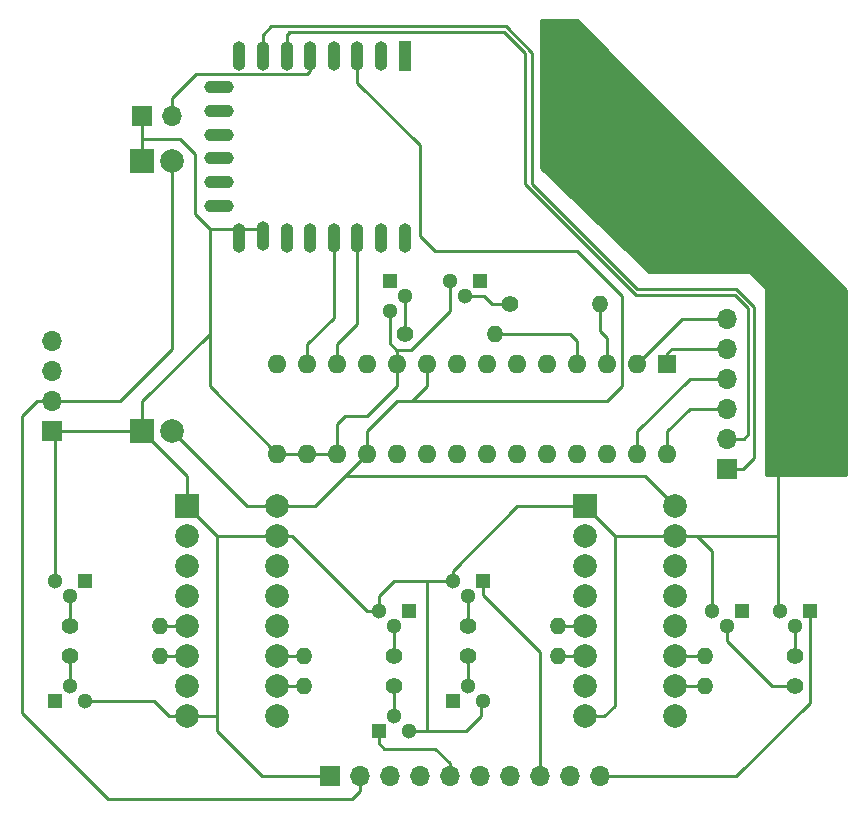
<source format=gtl>
%TF.GenerationSoftware,KiCad,Pcbnew,(5.1.9)-1*%
%TF.CreationDate,2021-05-06T17:33:23+02:00*%
%TF.ProjectId,Rolety jadalnia i taras,526f6c65-7479-4206-9a61-64616c6e6961,rev?*%
%TF.SameCoordinates,Original*%
%TF.FileFunction,Copper,L1,Top*%
%TF.FilePolarity,Positive*%
%FSLAX46Y46*%
G04 Gerber Fmt 4.6, Leading zero omitted, Abs format (unit mm)*
G04 Created by KiCad (PCBNEW (5.1.9)-1) date 2021-05-06 17:33:23*
%MOMM*%
%LPD*%
G01*
G04 APERTURE LIST*
%TA.AperFunction,ComponentPad*%
%ADD10R,1.300000X1.300000*%
%TD*%
%TA.AperFunction,ComponentPad*%
%ADD11C,1.300000*%
%TD*%
%TA.AperFunction,ComponentPad*%
%ADD12R,2.000000X2.000000*%
%TD*%
%TA.AperFunction,ComponentPad*%
%ADD13C,2.000000*%
%TD*%
%TA.AperFunction,ComponentPad*%
%ADD14O,1.700000X1.700000*%
%TD*%
%TA.AperFunction,ComponentPad*%
%ADD15R,1.700000X1.700000*%
%TD*%
%TA.AperFunction,ComponentPad*%
%ADD16C,1.400000*%
%TD*%
%TA.AperFunction,ComponentPad*%
%ADD17O,1.400000X1.400000*%
%TD*%
%TA.AperFunction,ComponentPad*%
%ADD18R,1.100000X2.500000*%
%TD*%
%TA.AperFunction,ComponentPad*%
%ADD19O,1.100000X2.500000*%
%TD*%
%TA.AperFunction,ComponentPad*%
%ADD20O,2.500000X1.100000*%
%TD*%
%TA.AperFunction,ComponentPad*%
%ADD21R,1.600000X1.600000*%
%TD*%
%TA.AperFunction,ComponentPad*%
%ADD22O,1.600000X1.600000*%
%TD*%
%TA.AperFunction,Conductor*%
%ADD23C,0.250000*%
%TD*%
%TA.AperFunction,Conductor*%
%ADD24C,0.254000*%
%TD*%
%TA.AperFunction,Conductor*%
%ADD25C,0.100000*%
%TD*%
G04 APERTURE END LIST*
D10*
%TO.P,Q10,1*%
%TO.N,Net-(Q10-Pad1)*%
X119380000Y-116840000D03*
D11*
%TO.P,Q10,3*%
%TO.N,Net-(IC1-Pad1)*%
X116840000Y-116840000D03*
%TO.P,Q10,2*%
%TO.N,Net-(Q10-Pad2)*%
X118110000Y-118110000D03*
%TD*%
D12*
%TO.P,IC1,1*%
%TO.N,Net-(IC1-Pad1)*%
X72390000Y-107950000D03*
D13*
%TO.P,IC1,9*%
%TO.N,Net-(IC1-Pad9)*%
X80010000Y-125730000D03*
%TO.P,IC1,2*%
%TO.N,Net-(IC1-Pad3)*%
X72390000Y-110490000D03*
%TO.P,IC1,10*%
%TO.N,Net-(IC1-Pad10)*%
X80010000Y-123190000D03*
%TO.P,IC1,3*%
%TO.N,Net-(IC1-Pad2)*%
X72390000Y-113030000D03*
%TO.P,IC1,11*%
%TO.N,Net-(IC1-Pad11)*%
X80010000Y-120650000D03*
%TO.P,IC1,4*%
%TO.N,Net-(IC1-Pad4)*%
X72390000Y-115570000D03*
%TO.P,IC1,12*%
%TO.N,Net-(IC1-Pad12)*%
X80010000Y-118110000D03*
%TO.P,IC1,5*%
%TO.N,Net-(IC1-Pad5)*%
X72390000Y-118110000D03*
%TO.P,IC1,13*%
%TO.N,Net-(IC1-Pad13)*%
X80010000Y-115570000D03*
%TO.P,IC1,6*%
%TO.N,Net-(IC1-Pad6)*%
X72390000Y-120650000D03*
%TO.P,IC1,14*%
%TO.N,Net-(IC1-Pad14)*%
X80010000Y-113030000D03*
%TO.P,IC1,7*%
%TO.N,Net-(IC1-Pad7)*%
X72390000Y-123190000D03*
%TO.P,IC1,15*%
%TO.N,Net-(IC1-Pad1)*%
X80010000Y-110490000D03*
%TO.P,IC1,8*%
X72390000Y-125730000D03*
%TO.P,IC1,16*%
%TO.N,Net-(IC1-Pad16)*%
X80010000Y-107950000D03*
%TD*%
D11*
%TO.P,Q4,2*%
%TO.N,Net-(Q4-Pad2)*%
X95885000Y-90170000D03*
%TO.P,Q4,3*%
%TO.N,Net-(IC1-Pad1)*%
X94615000Y-88900000D03*
D10*
%TO.P,Q4,1*%
%TO.N,Net-(Q4-Pad1)*%
X97155000Y-88900000D03*
%TD*%
D13*
%TO.P,IC2,16*%
%TO.N,Net-(IC1-Pad16)*%
X113665000Y-107950000D03*
%TO.P,IC2,8*%
%TO.N,Net-(IC1-Pad1)*%
X106045000Y-125730000D03*
%TO.P,IC2,15*%
X113665000Y-110490000D03*
%TO.P,IC2,7*%
%TO.N,Net-(IC2-Pad7)*%
X106045000Y-123190000D03*
%TO.P,IC2,14*%
%TO.N,Net-(IC2-Pad14)*%
X113665000Y-113030000D03*
%TO.P,IC2,6*%
%TO.N,Net-(IC2-Pad6)*%
X106045000Y-120650000D03*
%TO.P,IC2,13*%
%TO.N,Net-(IC2-Pad13)*%
X113665000Y-115570000D03*
%TO.P,IC2,5*%
%TO.N,Net-(IC2-Pad5)*%
X106045000Y-118110000D03*
%TO.P,IC2,12*%
%TO.N,Net-(IC2-Pad12)*%
X113665000Y-118110000D03*
%TO.P,IC2,4*%
%TO.N,Net-(IC2-Pad4)*%
X106045000Y-115570000D03*
%TO.P,IC2,11*%
%TO.N,Net-(IC2-Pad11)*%
X113665000Y-120650000D03*
%TO.P,IC2,3*%
%TO.N,Net-(IC2-Pad3)*%
X106045000Y-113030000D03*
%TO.P,IC2,10*%
%TO.N,Net-(IC2-Pad10)*%
X113665000Y-123190000D03*
%TO.P,IC2,2*%
%TO.N,Net-(IC2-Pad2)*%
X106045000Y-110490000D03*
%TO.P,IC2,9*%
%TO.N,Net-(IC2-Pad9)*%
X113665000Y-125730000D03*
D12*
%TO.P,IC2,1*%
%TO.N,Net-(IC1-Pad1)*%
X106045000Y-107950000D03*
%TD*%
D14*
%TO.P,U5,4*%
%TO.N,Net-(Q4-Pad1)*%
X60960000Y-93980000D03*
%TO.P,U5,3*%
%TO.N,Net-(Q6-Pad1)*%
X60960000Y-96520000D03*
%TO.P,U5,2*%
%TO.N,Net-(U1-Pad2)*%
X60960000Y-99060000D03*
D15*
%TO.P,U5,1*%
%TO.N,Net-(IC1-Pad1)*%
X60960000Y-101600000D03*
%TD*%
%TO.P,U4,1*%
%TO.N,Net-(IC1-Pad1)*%
X84455000Y-130810000D03*
D14*
%TO.P,U4,2*%
%TO.N,Net-(U1-Pad2)*%
X86995000Y-130810000D03*
%TO.P,U4,3*%
%TO.N,Net-(Q2-Pad1)*%
X89535000Y-130810000D03*
%TO.P,U4,4*%
%TO.N,Net-(Q1-Pad1)*%
X92075000Y-130810000D03*
%TO.P,U4,5*%
%TO.N,Net-(Q5-Pad1)*%
X94615000Y-130810000D03*
%TO.P,U4,6*%
%TO.N,Net-(Q3-Pad1)*%
X97155000Y-130810000D03*
%TO.P,U4,7*%
%TO.N,Net-(Q7-Pad1)*%
X99695000Y-130810000D03*
%TO.P,U4,8*%
%TO.N,Net-(Q8-Pad1)*%
X102235000Y-130810000D03*
%TO.P,U4,9*%
%TO.N,Net-(Q10-Pad1)*%
X104775000Y-130810000D03*
%TO.P,U4,10*%
%TO.N,Net-(Q9-Pad1)*%
X107315000Y-130810000D03*
%TD*%
D11*
%TO.P,Q1,2*%
%TO.N,Net-(Q1-Pad2)*%
X62484000Y-123190000D03*
%TO.P,Q1,3*%
%TO.N,Net-(IC1-Pad1)*%
X63754000Y-124460000D03*
D10*
%TO.P,Q1,1*%
%TO.N,Net-(Q1-Pad1)*%
X61214000Y-124460000D03*
%TD*%
%TO.P,Q2,1*%
%TO.N,Net-(Q2-Pad1)*%
X63754000Y-114300000D03*
D11*
%TO.P,Q2,3*%
%TO.N,Net-(IC1-Pad1)*%
X61214000Y-114300000D03*
%TO.P,Q2,2*%
%TO.N,Net-(Q2-Pad2)*%
X62484000Y-115570000D03*
%TD*%
%TO.P,Q3,2*%
%TO.N,Net-(Q3-Pad2)*%
X89916000Y-118110000D03*
%TO.P,Q3,3*%
%TO.N,Net-(IC1-Pad1)*%
X88646000Y-116840000D03*
D10*
%TO.P,Q3,1*%
%TO.N,Net-(Q3-Pad1)*%
X91186000Y-116840000D03*
%TD*%
%TO.P,Q5,1*%
%TO.N,Net-(Q5-Pad1)*%
X88646000Y-127000000D03*
D11*
%TO.P,Q5,3*%
%TO.N,Net-(IC1-Pad1)*%
X91186000Y-127000000D03*
%TO.P,Q5,2*%
%TO.N,Net-(Q5-Pad2)*%
X89916000Y-125730000D03*
%TD*%
D10*
%TO.P,Q6,1*%
%TO.N,Net-(Q6-Pad1)*%
X89535000Y-88900000D03*
D11*
%TO.P,Q6,3*%
%TO.N,Net-(IC1-Pad1)*%
X89535000Y-91440000D03*
%TO.P,Q6,2*%
%TO.N,Net-(Q6-Pad2)*%
X90805000Y-90170000D03*
%TD*%
%TO.P,Q7,2*%
%TO.N,Net-(Q7-Pad2)*%
X96139000Y-123190000D03*
%TO.P,Q7,3*%
%TO.N,Net-(IC1-Pad1)*%
X97409000Y-124460000D03*
D10*
%TO.P,Q7,1*%
%TO.N,Net-(Q7-Pad1)*%
X94869000Y-124460000D03*
%TD*%
%TO.P,Q8,1*%
%TO.N,Net-(Q8-Pad1)*%
X97409000Y-114300000D03*
D11*
%TO.P,Q8,3*%
%TO.N,Net-(IC1-Pad1)*%
X94869000Y-114300000D03*
%TO.P,Q8,2*%
%TO.N,Net-(Q8-Pad2)*%
X96139000Y-115570000D03*
%TD*%
%TO.P,Q9,2*%
%TO.N,Net-(Q9-Pad2)*%
X123825000Y-118110000D03*
%TO.P,Q9,3*%
%TO.N,Net-(IC1-Pad1)*%
X122555000Y-116840000D03*
D10*
%TO.P,Q9,1*%
%TO.N,Net-(Q9-Pad1)*%
X125095000Y-116840000D03*
%TD*%
D16*
%TO.P,R1,1*%
%TO.N,Net-(Q1-Pad2)*%
X62484000Y-120650000D03*
D17*
%TO.P,R1,2*%
%TO.N,Net-(IC1-Pad6)*%
X70104000Y-120650000D03*
%TD*%
%TO.P,R2,2*%
%TO.N,Net-(IC1-Pad5)*%
X70104000Y-118110000D03*
D16*
%TO.P,R2,1*%
%TO.N,Net-(Q2-Pad2)*%
X62484000Y-118110000D03*
%TD*%
%TO.P,R3,1*%
%TO.N,Net-(Q3-Pad2)*%
X89916000Y-120650000D03*
D17*
%TO.P,R3,2*%
%TO.N,Net-(IC1-Pad11)*%
X82296000Y-120650000D03*
%TD*%
%TO.P,R4,2*%
%TO.N,Net-(R4-Pad2)*%
X107315000Y-90805000D03*
D16*
%TO.P,R4,1*%
%TO.N,Net-(Q4-Pad2)*%
X99695000Y-90805000D03*
%TD*%
D17*
%TO.P,R5,2*%
%TO.N,Net-(IC1-Pad10)*%
X82296000Y-123190000D03*
D16*
%TO.P,R5,1*%
%TO.N,Net-(Q5-Pad2)*%
X89916000Y-123190000D03*
%TD*%
%TO.P,R6,1*%
%TO.N,Net-(Q6-Pad2)*%
X90805000Y-93345000D03*
D17*
%TO.P,R6,2*%
%TO.N,Net-(R6-Pad2)*%
X98425000Y-93345000D03*
%TD*%
D16*
%TO.P,R7,1*%
%TO.N,Net-(Q7-Pad2)*%
X96139000Y-120650000D03*
D17*
%TO.P,R7,2*%
%TO.N,Net-(IC2-Pad6)*%
X103759000Y-120650000D03*
%TD*%
%TO.P,R8,2*%
%TO.N,Net-(IC2-Pad5)*%
X103759000Y-118110000D03*
D16*
%TO.P,R8,1*%
%TO.N,Net-(Q8-Pad2)*%
X96139000Y-118110000D03*
%TD*%
%TO.P,R9,1*%
%TO.N,Net-(Q9-Pad2)*%
X123825000Y-120650000D03*
D17*
%TO.P,R9,2*%
%TO.N,Net-(IC2-Pad11)*%
X116205000Y-120650000D03*
%TD*%
%TO.P,R10,2*%
%TO.N,Net-(IC2-Pad10)*%
X116205000Y-123190000D03*
D16*
%TO.P,R10,1*%
%TO.N,Net-(Q10-Pad2)*%
X123825000Y-123190000D03*
%TD*%
D15*
%TO.P,SW1,1*%
%TO.N,Net-(IC1-Pad1)*%
X68580000Y-74930000D03*
D14*
%TO.P,SW1,2*%
%TO.N,Net-(SW1-Pad2)*%
X71120000Y-74930000D03*
%TD*%
D15*
%TO.P,SW2,1*%
%TO.N,Net-(SW2-Pad1)*%
X118110000Y-104775000D03*
D14*
%TO.P,SW2,2*%
%TO.N,Net-(SW2-Pad2)*%
X118110000Y-102235000D03*
%TO.P,SW2,3*%
%TO.N,Net-(SW2-Pad3)*%
X118110000Y-99695000D03*
%TO.P,SW2,4*%
%TO.N,Net-(SW2-Pad4)*%
X118110000Y-97155000D03*
%TO.P,SW2,5*%
%TO.N,Net-(SW2-Pad5)*%
X118110000Y-94615000D03*
%TO.P,SW2,6*%
%TO.N,Net-(SW2-Pad6)*%
X118110000Y-92075000D03*
%TD*%
D12*
%TO.P,U1,1*%
%TO.N,Net-(IC1-Pad1)*%
X68580000Y-78740000D03*
D13*
%TO.P,U1,2*%
%TO.N,Net-(U1-Pad2)*%
X71120000Y-78740000D03*
%TO.P,U1,3*%
%TO.N,Net-(IC1-Pad16)*%
X71120000Y-101600000D03*
D12*
%TO.P,U1,1*%
%TO.N,Net-(IC1-Pad1)*%
X68580000Y-101600000D03*
%TD*%
D18*
%TO.P,U2,1*%
%TO.N,Net-(U2-Pad1)*%
X90805000Y-69785000D03*
D19*
%TO.P,U2,2*%
%TO.N,Net-(U2-Pad2)*%
X88805000Y-69785000D03*
%TO.P,U2,3*%
%TO.N,Net-(IC1-Pad16)*%
X86805000Y-69785000D03*
%TO.P,U2,4*%
%TO.N,Net-(U2-Pad4)*%
X84805000Y-69785000D03*
%TO.P,U2,5*%
%TO.N,Net-(SW1-Pad2)*%
X82805000Y-69785000D03*
%TO.P,U2,6*%
%TO.N,Net-(SW2-Pad2)*%
X80805000Y-69785000D03*
%TO.P,U2,7*%
%TO.N,Net-(SW2-Pad1)*%
X78805000Y-69785000D03*
%TO.P,U2,8*%
%TO.N,Net-(IC1-Pad16)*%
X76805000Y-69785000D03*
%TO.P,U2,15*%
%TO.N,Net-(IC1-Pad1)*%
X76805000Y-85185000D03*
%TO.P,U2,16*%
X78805000Y-85085000D03*
%TO.P,U2,17*%
%TO.N,Net-(IC1-Pad3)*%
X80805000Y-85185000D03*
%TO.P,U2,18*%
%TO.N,Net-(IC1-Pad2)*%
X82805000Y-85185000D03*
%TO.P,U2,19*%
%TO.N,Net-(U2-Pad19)*%
X84805000Y-85185000D03*
%TO.P,U2,20*%
%TO.N,Net-(U2-Pad20)*%
X86805000Y-85185000D03*
%TO.P,U2,21*%
%TO.N,Net-(U2-Pad21)*%
X88805000Y-85185000D03*
%TO.P,U2,22*%
%TO.N,Net-(U2-Pad22)*%
X90805000Y-85185000D03*
D20*
%TO.P,U2,9*%
%TO.N,Net-(U2-Pad9)*%
X75105000Y-72475000D03*
%TO.P,U2,10*%
%TO.N,Net-(U2-Pad10)*%
X75105000Y-74475000D03*
%TO.P,U2,11*%
%TO.N,Net-(U2-Pad11)*%
X75105000Y-76475000D03*
%TO.P,U2,12*%
%TO.N,Net-(U2-Pad12)*%
X75105000Y-78475000D03*
%TO.P,U2,13*%
%TO.N,Net-(U2-Pad13)*%
X75105000Y-80475000D03*
%TO.P,U2,14*%
%TO.N,Net-(U2-Pad14)*%
X75105000Y-82475000D03*
%TD*%
D21*
%TO.P,U3,1*%
%TO.N,Net-(SW2-Pad5)*%
X113030000Y-95885000D03*
D22*
%TO.P,U3,15*%
%TO.N,Net-(IC1-Pad1)*%
X80010000Y-103505000D03*
%TO.P,U3,2*%
%TO.N,Net-(SW2-Pad6)*%
X110490000Y-95885000D03*
%TO.P,U3,16*%
%TO.N,Net-(IC1-Pad1)*%
X82550000Y-103505000D03*
%TO.P,U3,3*%
%TO.N,Net-(R4-Pad2)*%
X107950000Y-95885000D03*
%TO.P,U3,17*%
%TO.N,Net-(IC1-Pad1)*%
X85090000Y-103505000D03*
%TO.P,U3,4*%
%TO.N,Net-(R6-Pad2)*%
X105410000Y-95885000D03*
%TO.P,U3,18*%
%TO.N,Net-(IC1-Pad16)*%
X87630000Y-103505000D03*
%TO.P,U3,5*%
%TO.N,Net-(U3-Pad5)*%
X102870000Y-95885000D03*
%TO.P,U3,19*%
%TO.N,Net-(U3-Pad19)*%
X90170000Y-103505000D03*
%TO.P,U3,6*%
%TO.N,Net-(U3-Pad6)*%
X100330000Y-95885000D03*
%TO.P,U3,20*%
%TO.N,Net-(U3-Pad20)*%
X92710000Y-103505000D03*
%TO.P,U3,7*%
%TO.N,Net-(U3-Pad7)*%
X97790000Y-95885000D03*
%TO.P,U3,21*%
%TO.N,Net-(IC1-Pad14)*%
X95250000Y-103505000D03*
%TO.P,U3,8*%
%TO.N,Net-(U3-Pad8)*%
X95250000Y-95885000D03*
%TO.P,U3,22*%
%TO.N,Net-(IC1-Pad13)*%
X97790000Y-103505000D03*
%TO.P,U3,9*%
%TO.N,Net-(IC1-Pad16)*%
X92710000Y-95885000D03*
%TO.P,U3,23*%
%TO.N,Net-(IC2-Pad3)*%
X100330000Y-103505000D03*
%TO.P,U3,10*%
%TO.N,Net-(IC1-Pad1)*%
X90170000Y-95885000D03*
%TO.P,U3,24*%
%TO.N,Net-(IC2-Pad2)*%
X102870000Y-103505000D03*
%TO.P,U3,11*%
%TO.N,Net-(U3-Pad11)*%
X87630000Y-95885000D03*
%TO.P,U3,25*%
%TO.N,Net-(IC2-Pad13)*%
X105410000Y-103505000D03*
%TO.P,U3,12*%
%TO.N,Net-(U2-Pad20)*%
X85090000Y-95885000D03*
%TO.P,U3,26*%
%TO.N,Net-(IC2-Pad14)*%
X107950000Y-103505000D03*
%TO.P,U3,13*%
%TO.N,Net-(U2-Pad19)*%
X82550000Y-95885000D03*
%TO.P,U3,27*%
%TO.N,Net-(SW2-Pad4)*%
X110490000Y-103505000D03*
%TO.P,U3,14*%
%TO.N,Net-(U3-Pad14)*%
X80010000Y-95885000D03*
%TO.P,U3,28*%
%TO.N,Net-(SW2-Pad3)*%
X113030000Y-103505000D03*
%TD*%
D23*
%TO.N,Net-(IC1-Pad1)*%
X80010000Y-110490000D02*
X74930000Y-110490000D01*
X108585000Y-110490000D02*
X106045000Y-107950000D01*
X113665000Y-110490000D02*
X108585000Y-110490000D01*
X80010000Y-103505000D02*
X85090000Y-103505000D01*
X78805000Y-84485000D02*
X76805000Y-84485000D01*
X68580000Y-78740000D02*
X68580000Y-76835000D01*
X68580000Y-76835000D02*
X71755000Y-76835000D01*
X68580000Y-76835000D02*
X68580000Y-74930000D01*
X85090000Y-100965000D02*
X85090000Y-103505000D01*
X60960000Y-101600000D02*
X68580000Y-101600000D01*
X74930000Y-110490000D02*
X72390000Y-107950000D01*
X72390000Y-105410000D02*
X68580000Y-101600000D01*
X72390000Y-107950000D02*
X72390000Y-105410000D01*
X80010000Y-103505000D02*
X74295000Y-97790000D01*
X71755000Y-76835000D02*
X73025000Y-78105000D01*
X73025000Y-83185000D02*
X74295000Y-84455000D01*
X73025000Y-78105000D02*
X73025000Y-83185000D01*
X76775000Y-84455000D02*
X76805000Y-84485000D01*
X74295000Y-84455000D02*
X76775000Y-84455000D01*
X94615000Y-91440000D02*
X94615000Y-88900000D01*
X74930000Y-125730000D02*
X72390000Y-125730000D01*
X74930000Y-110490000D02*
X74930000Y-125730000D01*
X78740000Y-130810000D02*
X84455000Y-130810000D01*
X74930000Y-127000000D02*
X78740000Y-130810000D01*
X74930000Y-125730000D02*
X74930000Y-127000000D01*
X90170000Y-95885000D02*
X90170000Y-97788590D01*
X87628590Y-100330000D02*
X85725000Y-100330000D01*
X90170000Y-97788590D02*
X87628590Y-100330000D01*
X85725000Y-100330000D02*
X85090000Y-100965000D01*
X113665000Y-110490000D02*
X115316000Y-110490000D01*
X115316000Y-110490000D02*
X115570000Y-110490000D01*
X106045000Y-125730000D02*
X107696000Y-125730000D01*
X108585000Y-124841000D02*
X108585000Y-122555000D01*
X107696000Y-125730000D02*
X108585000Y-124841000D01*
X108585000Y-110490000D02*
X108585000Y-122555000D01*
X68580000Y-99060000D02*
X74295000Y-93345000D01*
X68580000Y-101600000D02*
X68580000Y-99060000D01*
X74295000Y-93345000D02*
X74295000Y-84455000D01*
X74295000Y-97790000D02*
X74295000Y-93345000D01*
X90487500Y-94678500D02*
X91376500Y-94678500D01*
X91376500Y-94678500D02*
X94615000Y-91440000D01*
X90106500Y-94678500D02*
X89535000Y-94107000D01*
X90487500Y-94678500D02*
X90106500Y-94678500D01*
X89535000Y-91440000D02*
X89535000Y-94107000D01*
X90170000Y-94742000D02*
X90106500Y-94678500D01*
X90170000Y-95885000D02*
X90170000Y-94742000D01*
X68834000Y-124460000D02*
X63754000Y-124460000D01*
X70866000Y-125730000D02*
X69596000Y-124460000D01*
X72390000Y-125730000D02*
X70866000Y-125730000D01*
X69596000Y-124460000D02*
X68834000Y-124460000D01*
X61214000Y-101854000D02*
X60960000Y-101600000D01*
X61214000Y-114300000D02*
X61214000Y-101854000D01*
X94869000Y-114300000D02*
X94869000Y-113411000D01*
X100330000Y-107950000D02*
X101600000Y-107950000D01*
X94869000Y-113411000D02*
X100330000Y-107950000D01*
X106045000Y-107950000D02*
X101600000Y-107950000D01*
X116840000Y-111760000D02*
X115570000Y-110490000D01*
X116840000Y-116840000D02*
X116840000Y-111760000D01*
X122428000Y-116713000D02*
X122555000Y-116840000D01*
X122428000Y-110490000D02*
X122428000Y-116713000D01*
X115570000Y-110490000D02*
X122428000Y-110490000D01*
X122428000Y-110490000D02*
X122428000Y-101092000D01*
X97282000Y-124587000D02*
X97409000Y-124460000D01*
X97282000Y-125730000D02*
X97282000Y-124587000D01*
X96012000Y-127000000D02*
X97282000Y-125730000D01*
X88646000Y-115570000D02*
X88646000Y-116840000D01*
X89916000Y-114300000D02*
X88646000Y-115570000D01*
X92710000Y-114300000D02*
X92710000Y-127000000D01*
X92710000Y-127000000D02*
X96012000Y-127000000D01*
X91186000Y-127000000D02*
X92710000Y-127000000D01*
X94869000Y-114300000D02*
X92710000Y-114300000D01*
X92710000Y-114300000D02*
X89916000Y-114300000D01*
X80010000Y-110490000D02*
X81280000Y-110490000D01*
X88646000Y-116840000D02*
X87630000Y-116840000D01*
X81280000Y-110490000D02*
X87630000Y-116840000D01*
%TO.N,Net-(IC1-Pad10)*%
X80010000Y-123190000D02*
X82296000Y-123190000D01*
%TO.N,Net-(IC1-Pad11)*%
X82296000Y-120650000D02*
X80010000Y-120650000D01*
%TO.N,Net-(IC1-Pad5)*%
X70104000Y-118110000D02*
X72390000Y-118110000D01*
%TO.N,Net-(IC1-Pad6)*%
X70104000Y-120650000D02*
X72390000Y-120650000D01*
%TO.N,Net-(IC1-Pad16)*%
X87630000Y-104140000D02*
X87630000Y-103505000D01*
X80010000Y-107950000D02*
X83185000Y-107950000D01*
X111125000Y-105410000D02*
X85725000Y-105410000D01*
X113665000Y-107950000D02*
X111125000Y-105410000D01*
X85725000Y-105410000D02*
X87630000Y-103505000D01*
X83185000Y-107950000D02*
X85725000Y-105410000D01*
X77470000Y-107950000D02*
X71120000Y-101600000D01*
X80010000Y-107950000D02*
X77470000Y-107950000D01*
X92710000Y-97790000D02*
X91440000Y-99060000D01*
X92710000Y-95885000D02*
X92710000Y-97790000D01*
X90170000Y-99060000D02*
X87630000Y-101600000D01*
X91440000Y-99060000D02*
X90170000Y-99060000D01*
X87630000Y-103505000D02*
X87630000Y-101600000D01*
X86805000Y-72073000D02*
X86805000Y-70485000D01*
X92075000Y-77343000D02*
X86805000Y-72073000D01*
X92075000Y-85090000D02*
X92075000Y-77343000D01*
X93345000Y-86360000D02*
X92075000Y-85090000D01*
X105410000Y-86360000D02*
X93345000Y-86360000D01*
X109220000Y-90170000D02*
X105410000Y-86360000D01*
X109220000Y-97790000D02*
X109220000Y-90170000D01*
X107950000Y-99060000D02*
X109220000Y-97790000D01*
X91440000Y-99060000D02*
X107950000Y-99060000D01*
%TO.N,Net-(IC2-Pad6)*%
X103759000Y-120650000D02*
X106045000Y-120650000D01*
%TO.N,Net-(IC2-Pad5)*%
X103759000Y-118110000D02*
X106045000Y-118110000D01*
%TO.N,Net-(IC2-Pad11)*%
X116205000Y-120650000D02*
X113665000Y-120650000D01*
%TO.N,Net-(IC2-Pad10)*%
X113665000Y-123190000D02*
X116205000Y-123190000D01*
%TO.N,Net-(Q1-Pad2)*%
X62484000Y-120650000D02*
X62484000Y-123190000D01*
%TO.N,Net-(Q2-Pad2)*%
X62484000Y-118110000D02*
X62484000Y-115570000D01*
%TO.N,Net-(Q3-Pad2)*%
X89916000Y-118110000D02*
X89916000Y-120650000D01*
%TO.N,Net-(Q4-Pad2)*%
X98171000Y-90805000D02*
X97536000Y-90170000D01*
X99695000Y-90805000D02*
X98171000Y-90805000D01*
X95885000Y-90170000D02*
X97536000Y-90170000D01*
%TO.N,Net-(Q5-Pad1)*%
X88646000Y-128016000D02*
X88646000Y-127000000D01*
X89090500Y-128460500D02*
X88646000Y-128016000D01*
X93408500Y-128460500D02*
X89090500Y-128460500D01*
X94615000Y-129667000D02*
X93408500Y-128460500D01*
X94615000Y-130810000D02*
X94615000Y-129667000D01*
%TO.N,Net-(Q5-Pad2)*%
X89916000Y-123190000D02*
X89916000Y-125730000D01*
%TO.N,Net-(Q6-Pad2)*%
X90805000Y-93345000D02*
X90805000Y-90170000D01*
%TO.N,Net-(Q7-Pad2)*%
X96139000Y-120650000D02*
X96139000Y-123190000D01*
%TO.N,Net-(Q8-Pad1)*%
X97409000Y-114300000D02*
X97409000Y-115443000D01*
X97409000Y-115443000D02*
X102235000Y-120269000D01*
X102235000Y-130810000D02*
X102235000Y-120269000D01*
%TO.N,Net-(Q8-Pad2)*%
X96139000Y-118110000D02*
X96139000Y-115570000D01*
%TO.N,Net-(Q9-Pad2)*%
X123825000Y-118110000D02*
X123825000Y-120650000D01*
%TO.N,Net-(Q9-Pad1)*%
X117722002Y-130810000D02*
X107315000Y-130810000D01*
X118872000Y-130810000D02*
X117722002Y-130810000D01*
X125095000Y-124587000D02*
X118872000Y-130810000D01*
X125095000Y-116840000D02*
X125095000Y-124587000D01*
%TO.N,Net-(Q10-Pad2)*%
X118110000Y-118110000D02*
X118110000Y-119380000D01*
X118110000Y-119380000D02*
X121920000Y-123190000D01*
X121920000Y-123190000D02*
X123825000Y-123190000D01*
%TO.N,Net-(R4-Pad2)*%
X107950000Y-93726000D02*
X107315000Y-93091000D01*
X107950000Y-95885000D02*
X107950000Y-93726000D01*
X107315000Y-90805000D02*
X107315000Y-93091000D01*
%TO.N,Net-(R6-Pad2)*%
X105410000Y-95885000D02*
X105410000Y-93980000D01*
X104775000Y-93345000D02*
X102235000Y-93345000D01*
X105410000Y-93980000D02*
X104775000Y-93345000D01*
X102235000Y-93345000D02*
X98425000Y-93345000D01*
%TO.N,Net-(SW1-Pad2)*%
X82805000Y-70485000D02*
X82805000Y-68835000D01*
X82805000Y-71119000D02*
X82805000Y-70485000D01*
X82563990Y-71360010D02*
X82805000Y-71119000D01*
X73165990Y-71360010D02*
X82563990Y-71360010D01*
X71120000Y-73406000D02*
X73165990Y-71360010D01*
X71120000Y-74930000D02*
X71120000Y-73406000D01*
%TO.N,Net-(SW2-Pad1)*%
X119455020Y-104775000D02*
X118110000Y-104775000D01*
X101600000Y-80643590D02*
X110490705Y-89534295D01*
X99380705Y-67309295D02*
X101600000Y-69528590D01*
X79502705Y-67309295D02*
X99380705Y-67309295D01*
X78805000Y-68007000D02*
X79502705Y-67309295D01*
X101600000Y-69528590D02*
X101600000Y-80643590D01*
X78805000Y-70485000D02*
X78805000Y-68007000D01*
X119455020Y-104775000D02*
X120396000Y-103834020D01*
X118872705Y-89534295D02*
X118490295Y-89534295D01*
X120396000Y-103834020D02*
X120396000Y-91057590D01*
X120396000Y-91057590D02*
X118872705Y-89534295D01*
X118490295Y-89534295D02*
X118819315Y-89534295D01*
X110490705Y-89534295D02*
X118490295Y-89534295D01*
%TO.N,Net-(SW2-Pad2)*%
X80805000Y-68039000D02*
X81026000Y-67818000D01*
X80805000Y-70485000D02*
X80805000Y-68039000D01*
X81059000Y-67785000D02*
X80805000Y-68039000D01*
X99220000Y-67785000D02*
X81059000Y-67785000D01*
X100965000Y-69530000D02*
X99220000Y-67785000D01*
X100965000Y-80645000D02*
X100965000Y-69530000D01*
X110395001Y-90075001D02*
X100965000Y-80645000D01*
X118777001Y-90075001D02*
X118458999Y-90075001D01*
X119888000Y-101854000D02*
X119888000Y-91186000D01*
X119888000Y-91186000D02*
X118777001Y-90075001D01*
X119507000Y-102235000D02*
X119888000Y-101854000D01*
X118110000Y-102235000D02*
X119507000Y-102235000D01*
X118458999Y-90075001D02*
X110395001Y-90075001D01*
X118650001Y-90075001D02*
X118458999Y-90075001D01*
%TO.N,Net-(SW2-Pad3)*%
X113030000Y-103505000D02*
X113030000Y-101600000D01*
X114935000Y-99695000D02*
X118110000Y-99695000D01*
X113030000Y-101600000D02*
X114935000Y-99695000D01*
%TO.N,Net-(SW2-Pad4)*%
X110490000Y-103505000D02*
X110490000Y-101600000D01*
X110490000Y-101600000D02*
X114935000Y-97155000D01*
X114935000Y-97155000D02*
X118110000Y-97155000D01*
%TO.N,Net-(SW2-Pad5)*%
X113030000Y-94996000D02*
X113411000Y-94615000D01*
X113411000Y-94615000D02*
X118110000Y-94615000D01*
X113030000Y-95885000D02*
X113030000Y-94996000D01*
%TO.N,Net-(SW2-Pad6)*%
X114300000Y-92075000D02*
X118110000Y-92075000D01*
X110490000Y-95885000D02*
X114300000Y-92075000D01*
%TO.N,Net-(U1-Pad2)*%
X86995000Y-132080000D02*
X86995000Y-130810000D01*
X86360000Y-132715000D02*
X86995000Y-132080000D01*
X60960000Y-99060000D02*
X66675000Y-99060000D01*
X66675000Y-99060000D02*
X71120000Y-94615000D01*
X71120000Y-94615000D02*
X71120000Y-88265000D01*
X71120000Y-88265000D02*
X71120000Y-78740000D01*
X65659000Y-132715000D02*
X72771000Y-132715000D01*
X58420000Y-125476000D02*
X65659000Y-132715000D01*
X58420000Y-100330000D02*
X58420000Y-125476000D01*
X59690000Y-99060000D02*
X58420000Y-100330000D01*
X60960000Y-99060000D02*
X59690000Y-99060000D01*
X72771000Y-132715000D02*
X86360000Y-132715000D01*
X71755000Y-132715000D02*
X72771000Y-132715000D01*
%TO.N,Net-(U2-Pad19)*%
X82550000Y-94234000D02*
X84805000Y-91979000D01*
X82550000Y-95885000D02*
X82550000Y-94234000D01*
X84805000Y-91979000D02*
X84805000Y-84485000D01*
%TO.N,Net-(U2-Pad20)*%
X85090000Y-94234000D02*
X86805000Y-92519000D01*
X85090000Y-95885000D02*
X85090000Y-94234000D01*
X86805000Y-92519000D02*
X86805000Y-84485000D01*
%TD*%
D24*
%TO.N,Net-(IC1-Pad1)*%
X128143000Y-89587606D02*
X128143000Y-105283000D01*
X121412000Y-105283000D01*
X121412000Y-89535000D01*
X121409560Y-89510224D01*
X121402333Y-89486399D01*
X121390597Y-89464443D01*
X121374803Y-89445197D01*
X120104803Y-88175197D01*
X120085557Y-88159403D01*
X120063601Y-88147667D01*
X120039776Y-88140440D01*
X120015000Y-88138000D01*
X111493805Y-88138000D01*
X102362000Y-79321085D01*
X102362000Y-69545606D01*
X102363676Y-69528589D01*
X102362000Y-69511572D01*
X102362000Y-66802000D01*
X105357394Y-66802000D01*
X128143000Y-89587606D01*
%TA.AperFunction,Conductor*%
D25*
G36*
X128143000Y-89587606D02*
G01*
X128143000Y-105283000D01*
X121412000Y-105283000D01*
X121412000Y-89535000D01*
X121409560Y-89510224D01*
X121402333Y-89486399D01*
X121390597Y-89464443D01*
X121374803Y-89445197D01*
X120104803Y-88175197D01*
X120085557Y-88159403D01*
X120063601Y-88147667D01*
X120039776Y-88140440D01*
X120015000Y-88138000D01*
X111493805Y-88138000D01*
X102362000Y-79321085D01*
X102362000Y-69545606D01*
X102363676Y-69528589D01*
X102362000Y-69511572D01*
X102362000Y-66802000D01*
X105357394Y-66802000D01*
X128143000Y-89587606D01*
G37*
%TD.AperFunction*%
%TD*%
M02*

</source>
